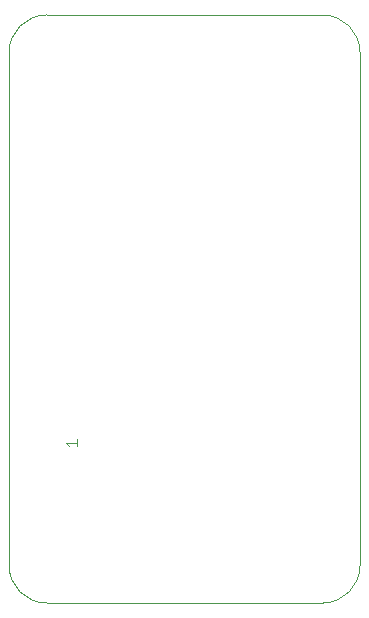
<source format=gbr>
G04 #@! TF.GenerationSoftware,KiCad,Pcbnew,5.1.4-e60b266~84~ubuntu18.04.1*
G04 #@! TF.CreationDate,2019-09-27T15:55:01+08:00*
G04 #@! TF.ProjectId,head,68656164-2e6b-4696-9361-645f70636258,rev?*
G04 #@! TF.SameCoordinates,Original*
G04 #@! TF.FileFunction,Profile,NP*
%FSLAX46Y46*%
G04 Gerber Fmt 4.6, Leading zero omitted, Abs format (unit mm)*
G04 Created by KiCad (PCBNEW 5.1.4-e60b266~84~ubuntu18.04.1) date 2019-09-27 15:55:01*
%MOMM*%
%LPD*%
G04 APERTURE LIST*
%ADD10C,0.050000*%
G04 APERTURE END LIST*
D10*
X115189000Y-28956000D02*
G75*
G02X118364000Y-32131000I0J-3175000D01*
G01*
X118364000Y-75565000D02*
G75*
G02X115189000Y-78740000I-3175000J0D01*
G01*
X91821000Y-78740000D02*
G75*
G02X88646000Y-75565000I0J3175000D01*
G01*
X88646000Y-32131000D02*
G75*
G02X91821000Y-28956000I3175000J0D01*
G01*
X88646000Y-32131000D02*
X88646000Y-75565000D01*
X115189000Y-28956000D02*
X91821000Y-28956000D01*
X118364000Y-75565000D02*
X118364000Y-32131000D01*
X91821000Y-78740000D02*
X115189000Y-78740000D01*
X94426380Y-64878285D02*
X94426380Y-65449714D01*
X94426380Y-65164000D02*
X93426380Y-65164000D01*
X93569238Y-65259238D01*
X93664476Y-65354476D01*
X93712095Y-65449714D01*
M02*

</source>
